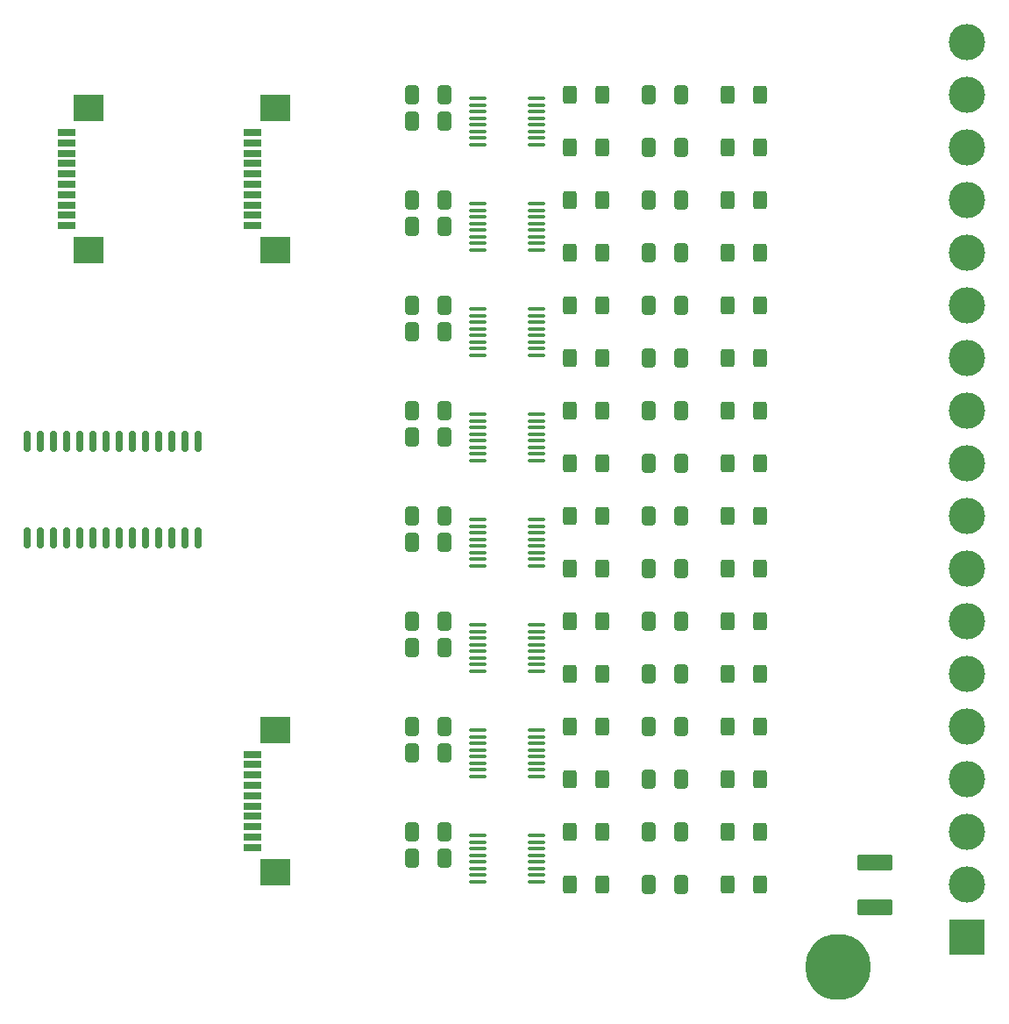
<source format=gbr>
%TF.GenerationSoftware,KiCad,Pcbnew,8.0.6-8.0.6-0~ubuntu24.04.1*%
%TF.CreationDate,2024-12-11T22:00:59+03:00*%
%TF.ProjectId,PM-DI16-DC24sink,504d2d44-4931-4362-9d44-43323473696e,rev?*%
%TF.SameCoordinates,Original*%
%TF.FileFunction,Soldermask,Top*%
%TF.FilePolarity,Negative*%
%FSLAX46Y46*%
G04 Gerber Fmt 4.6, Leading zero omitted, Abs format (unit mm)*
G04 Created by KiCad (PCBNEW 8.0.6-8.0.6-0~ubuntu24.04.1) date 2024-12-11 22:00:59*
%MOMM*%
%LPD*%
G01*
G04 APERTURE LIST*
G04 Aperture macros list*
%AMRoundRect*
0 Rectangle with rounded corners*
0 $1 Rounding radius*
0 $2 $3 $4 $5 $6 $7 $8 $9 X,Y pos of 4 corners*
0 Add a 4 corners polygon primitive as box body*
4,1,4,$2,$3,$4,$5,$6,$7,$8,$9,$2,$3,0*
0 Add four circle primitives for the rounded corners*
1,1,$1+$1,$2,$3*
1,1,$1+$1,$4,$5*
1,1,$1+$1,$6,$7*
1,1,$1+$1,$8,$9*
0 Add four rect primitives between the rounded corners*
20,1,$1+$1,$2,$3,$4,$5,0*
20,1,$1+$1,$4,$5,$6,$7,0*
20,1,$1+$1,$6,$7,$8,$9,0*
20,1,$1+$1,$8,$9,$2,$3,0*%
G04 Aperture macros list end*
%ADD10RoundRect,0.250000X0.400000X0.625000X-0.400000X0.625000X-0.400000X-0.625000X0.400000X-0.625000X0*%
%ADD11RoundRect,0.250000X-0.412500X-0.650000X0.412500X-0.650000X0.412500X0.650000X-0.412500X0.650000X0*%
%ADD12O,1.649999X0.399999*%
%ADD13R,1.803400X0.635000*%
%ADD14R,2.997200X2.590800*%
%ADD15O,6.350000X6.350000*%
%ADD16R,3.500000X3.500000*%
%ADD17C,3.500000*%
%ADD18RoundRect,0.150000X0.150000X-0.875000X0.150000X0.875000X-0.150000X0.875000X-0.150000X-0.875000X0*%
%ADD19RoundRect,0.250000X1.450000X-0.537500X1.450000X0.537500X-1.450000X0.537500X-1.450000X-0.537500X0*%
G04 APERTURE END LIST*
D10*
%TO.C,R9*%
X9170000Y33020000D03*
X6070000Y33020000D03*
%TD*%
D11*
%TO.C,C12*%
X-9182500Y17780000D03*
X-6057500Y17780000D03*
%TD*%
D12*
%TO.C,U4*%
X-2825001Y17462500D03*
X-2825001Y16827500D03*
X-2825001Y16192500D03*
X-2825001Y15557500D03*
X-2825001Y14922500D03*
X-2825001Y14287500D03*
X-2825001Y13652500D03*
X-2825001Y13017500D03*
X2824998Y13017500D03*
X2824998Y13652500D03*
X2824998Y14287500D03*
X2824998Y14922500D03*
X2824998Y15557500D03*
X2824998Y16192500D03*
X2824998Y16827500D03*
X2824998Y17462500D03*
%TD*%
D11*
%TO.C,C18*%
X13677500Y-7620000D03*
X16802500Y-7620000D03*
%TD*%
D10*
%TO.C,R28*%
X9170000Y-12700000D03*
X6070000Y-12700000D03*
%TD*%
%TO.C,R3*%
X24410000Y22860000D03*
X21310000Y22860000D03*
%TD*%
D11*
%TO.C,C3*%
X13677500Y22860000D03*
X16802500Y22860000D03*
%TD*%
D10*
%TO.C,R24*%
X24410000Y-33020000D03*
X21310000Y-33020000D03*
%TD*%
D11*
%TO.C,C7*%
X13677500Y27940000D03*
X16802500Y27940000D03*
%TD*%
D10*
%TO.C,R5*%
X24410000Y12700000D03*
X21310000Y12700000D03*
%TD*%
D11*
%TO.C,C29*%
X-9182500Y-33020000D03*
X-6057500Y-33020000D03*
%TD*%
D10*
%TO.C,R29*%
X9170000Y-27940000D03*
X6070000Y-27940000D03*
%TD*%
%TO.C,R8*%
X24410000Y7620000D03*
X21310000Y7620000D03*
%TD*%
D11*
%TO.C,C22*%
X13677500Y-2540000D03*
X16802500Y-2540000D03*
%TD*%
%TO.C,C28*%
X-9182500Y-22860000D03*
X-6057500Y-22860000D03*
%TD*%
%TO.C,C5*%
X13677500Y2540000D03*
X16802500Y2540000D03*
%TD*%
%TO.C,C17*%
X-9182500Y5080000D03*
X-6057500Y5080000D03*
%TD*%
%TO.C,C24*%
X13677500Y-22860000D03*
X16802500Y-22860000D03*
%TD*%
D10*
%TO.C,R20*%
X24410000Y-12700000D03*
X21310000Y-12700000D03*
%TD*%
%TO.C,R16*%
X9170000Y7620000D03*
X6070000Y7620000D03*
%TD*%
D13*
%TO.C,J3*%
X-24556000Y25500009D03*
X-24556000Y26500007D03*
X-24556000Y27500005D03*
X-24556000Y28500003D03*
X-24556000Y29500001D03*
X-24556000Y30499999D03*
X-24556000Y31499997D03*
X-24556000Y32499995D03*
X-24556000Y33499993D03*
X-24556000Y34499991D03*
D14*
X-22385999Y23149998D03*
X-22385999Y36850002D03*
%TD*%
D10*
%TO.C,R11*%
X9170000Y22860000D03*
X6070000Y22860000D03*
%TD*%
D12*
%TO.C,U8*%
X-2825001Y-23177500D03*
X-2825001Y-23812500D03*
X-2825001Y-24447500D03*
X-2825001Y-25082500D03*
X-2825001Y-25717500D03*
X-2825001Y-26352500D03*
X-2825001Y-26987500D03*
X-2825001Y-27622500D03*
X2824998Y-27622500D03*
X2824998Y-26987500D03*
X2824998Y-26352500D03*
X2824998Y-25717500D03*
X2824998Y-25082500D03*
X2824998Y-24447500D03*
X2824998Y-23812500D03*
X2824998Y-23177500D03*
%TD*%
D11*
%TO.C,C14*%
X-9182500Y35560000D03*
X-6057500Y35560000D03*
%TD*%
D10*
%TO.C,R1*%
X24410000Y33020000D03*
X21310000Y33020000D03*
%TD*%
D11*
%TO.C,C4*%
X13677500Y12700000D03*
X16802500Y12700000D03*
%TD*%
%TO.C,C20*%
X13677500Y-27940000D03*
X16802500Y-27940000D03*
%TD*%
D15*
%TO.C,PE1*%
X32000000Y-46000000D03*
%TD*%
D10*
%TO.C,R30*%
X9170000Y-22860000D03*
X6070000Y-22860000D03*
%TD*%
D11*
%TO.C,C31*%
X-9182500Y-12700000D03*
X-6057500Y-12700000D03*
%TD*%
D10*
%TO.C,R18*%
X24410000Y-2540000D03*
X21310000Y-2540000D03*
%TD*%
D16*
%TO.C,J1*%
X44450000Y-43180000D03*
D17*
X44450000Y-38100000D03*
X44450000Y-33020000D03*
X44450000Y-27940000D03*
X44450000Y-22860000D03*
X44450000Y-17780000D03*
X44450000Y-12700000D03*
X44450000Y-7620000D03*
X44450000Y-2540000D03*
X44450000Y2540000D03*
X44450000Y7620000D03*
X44450000Y12700000D03*
X44450000Y17780000D03*
X44450000Y22860000D03*
X44450000Y27940000D03*
X44450000Y33020000D03*
X44450000Y38100000D03*
X44450000Y43180000D03*
%TD*%
D11*
%TO.C,C2*%
X13677500Y33020000D03*
X16802500Y33020000D03*
%TD*%
D10*
%TO.C,R10*%
X9170000Y38100000D03*
X6070000Y38100000D03*
%TD*%
%TO.C,R17*%
X24410000Y-7620000D03*
X21310000Y-7620000D03*
%TD*%
D13*
%TO.C,J4*%
X-24556000Y-34499991D03*
X-24556000Y-33499993D03*
X-24556000Y-32499995D03*
X-24556000Y-31499997D03*
X-24556000Y-30499999D03*
X-24556000Y-29500001D03*
X-24556000Y-28500003D03*
X-24556000Y-27500005D03*
X-24556000Y-26500007D03*
X-24556000Y-25500009D03*
D14*
X-22385999Y-36850002D03*
X-22385999Y-23149998D03*
%TD*%
D12*
%TO.C,U7*%
X-2825001Y-13017500D03*
X-2825001Y-13652500D03*
X-2825001Y-14287500D03*
X-2825001Y-14922500D03*
X-2825001Y-15557500D03*
X-2825001Y-16192500D03*
X-2825001Y-16827500D03*
X-2825001Y-17462500D03*
X2824998Y-17462500D03*
X2824998Y-16827500D03*
X2824998Y-16192500D03*
X2824998Y-15557500D03*
X2824998Y-14922500D03*
X2824998Y-14287500D03*
X2824998Y-13652500D03*
X2824998Y-13017500D03*
%TD*%
D11*
%TO.C,C13*%
X-9182500Y7620000D03*
X-6057500Y7620000D03*
%TD*%
D18*
%TO.C,U10*%
X-46355000Y-4650000D03*
X-45085000Y-4650000D03*
X-43815000Y-4650000D03*
X-42545000Y-4650000D03*
X-41275000Y-4650000D03*
X-40005000Y-4650000D03*
X-38735000Y-4650000D03*
X-37465000Y-4650000D03*
X-36195000Y-4650000D03*
X-34925000Y-4650000D03*
X-33655000Y-4650000D03*
X-32385000Y-4650000D03*
X-31115000Y-4650000D03*
X-29845000Y-4650000D03*
X-29845000Y4650000D03*
X-31115000Y4650000D03*
X-32385000Y4650000D03*
X-33655000Y4650000D03*
X-34925000Y4650000D03*
X-36195000Y4650000D03*
X-37465000Y4650000D03*
X-38735000Y4650000D03*
X-40005000Y4650000D03*
X-41275000Y4650000D03*
X-42545000Y4650000D03*
X-43815000Y4650000D03*
X-45085000Y4650000D03*
X-46355000Y4650000D03*
%TD*%
D10*
%TO.C,R12*%
X9170000Y27940000D03*
X6070000Y27940000D03*
%TD*%
D11*
%TO.C,C8*%
X13677500Y17780000D03*
X16802500Y17780000D03*
%TD*%
D10*
%TO.C,R21*%
X24410000Y-27940000D03*
X21310000Y-27940000D03*
%TD*%
D11*
%TO.C,C21*%
X13677500Y-38100000D03*
X16802500Y-38100000D03*
%TD*%
D10*
%TO.C,R6*%
X24410000Y17780000D03*
X21310000Y17780000D03*
%TD*%
%TO.C,R26*%
X9170000Y-2540000D03*
X6070000Y-2540000D03*
%TD*%
D11*
%TO.C,C27*%
X-9182500Y-15240000D03*
X-6057500Y-15240000D03*
%TD*%
D10*
%TO.C,R4*%
X24410000Y27940000D03*
X21310000Y27940000D03*
%TD*%
D19*
%TO.C,C1*%
X35560000Y-40237500D03*
X35560000Y-35962500D03*
%TD*%
D10*
%TO.C,R2*%
X24410000Y38100000D03*
X21310000Y38100000D03*
%TD*%
%TO.C,R7*%
X24410000Y2540000D03*
X21310000Y2540000D03*
%TD*%
D11*
%TO.C,C15*%
X-9182500Y25400000D03*
X-6057500Y25400000D03*
%TD*%
%TO.C,C23*%
X13677500Y-12700000D03*
X16802500Y-12700000D03*
%TD*%
D10*
%TO.C,R32*%
X9170000Y-33020000D03*
X6070000Y-33020000D03*
%TD*%
D11*
%TO.C,C25*%
X13677500Y-33020000D03*
X16802500Y-33020000D03*
%TD*%
%TO.C,C32*%
X-9182500Y-25400000D03*
X-6057500Y-25400000D03*
%TD*%
%TO.C,C11*%
X-9182500Y27940000D03*
X-6057500Y27940000D03*
%TD*%
%TO.C,C10*%
X-9182500Y38100000D03*
X-6057500Y38100000D03*
%TD*%
D12*
%TO.C,U6*%
X-2825001Y-2857500D03*
X-2825001Y-3492500D03*
X-2825001Y-4127500D03*
X-2825001Y-4762500D03*
X-2825001Y-5397500D03*
X-2825001Y-6032500D03*
X-2825001Y-6667500D03*
X-2825001Y-7302500D03*
X2824998Y-7302500D03*
X2824998Y-6667500D03*
X2824998Y-6032500D03*
X2824998Y-5397500D03*
X2824998Y-4762500D03*
X2824998Y-4127500D03*
X2824998Y-3492500D03*
X2824998Y-2857500D03*
%TD*%
D11*
%TO.C,C16*%
X-9182500Y15240000D03*
X-6057500Y15240000D03*
%TD*%
D10*
%TO.C,R27*%
X9170000Y-17780000D03*
X6070000Y-17780000D03*
%TD*%
D11*
%TO.C,C9*%
X13677500Y7620000D03*
X16802500Y7620000D03*
%TD*%
%TO.C,C30*%
X-9182500Y-5080000D03*
X-6057500Y-5080000D03*
%TD*%
D12*
%TO.C,U3*%
X-2825001Y27622500D03*
X-2825001Y26987500D03*
X-2825001Y26352500D03*
X-2825001Y25717500D03*
X-2825001Y25082500D03*
X-2825001Y24447500D03*
X-2825001Y23812500D03*
X-2825001Y23177500D03*
X2824998Y23177500D03*
X2824998Y23812500D03*
X2824998Y24447500D03*
X2824998Y25082500D03*
X2824998Y25717500D03*
X2824998Y26352500D03*
X2824998Y26987500D03*
X2824998Y27622500D03*
%TD*%
D11*
%TO.C,C6*%
X13677500Y38100000D03*
X16802500Y38100000D03*
%TD*%
D10*
%TO.C,R15*%
X9170000Y2540000D03*
X6070000Y2540000D03*
%TD*%
D12*
%TO.C,U5*%
X-2825001Y7302500D03*
X-2825001Y6667500D03*
X-2825001Y6032500D03*
X-2825001Y5397500D03*
X-2825001Y4762500D03*
X-2825001Y4127500D03*
X-2825001Y3492500D03*
X-2825001Y2857500D03*
X2824998Y2857500D03*
X2824998Y3492500D03*
X2824998Y4127500D03*
X2824998Y4762500D03*
X2824998Y5397500D03*
X2824998Y6032500D03*
X2824998Y6667500D03*
X2824998Y7302500D03*
%TD*%
%TO.C,U9*%
X-2825001Y-33337500D03*
X-2825001Y-33972500D03*
X-2825001Y-34607500D03*
X-2825001Y-35242500D03*
X-2825001Y-35877500D03*
X-2825001Y-36512500D03*
X-2825001Y-37147500D03*
X-2825001Y-37782500D03*
X2824998Y-37782500D03*
X2824998Y-37147500D03*
X2824998Y-36512500D03*
X2824998Y-35877500D03*
X2824998Y-35242500D03*
X2824998Y-34607500D03*
X2824998Y-33972500D03*
X2824998Y-33337500D03*
%TD*%
%TO.C,U2*%
X-2825001Y37782500D03*
X-2825001Y37147500D03*
X-2825001Y36512500D03*
X-2825001Y35877500D03*
X-2825001Y35242500D03*
X-2825001Y34607500D03*
X-2825001Y33972500D03*
X-2825001Y33337500D03*
X2824998Y33337500D03*
X2824998Y33972500D03*
X2824998Y34607500D03*
X2824998Y35242500D03*
X2824998Y35877500D03*
X2824998Y36512500D03*
X2824998Y37147500D03*
X2824998Y37782500D03*
%TD*%
D13*
%TO.C,J2*%
X-42556000Y25500009D03*
X-42556000Y26500007D03*
X-42556000Y27500005D03*
X-42556000Y28500003D03*
X-42556000Y29500001D03*
X-42556000Y30499999D03*
X-42556000Y31499997D03*
X-42556000Y32499995D03*
X-42556000Y33499993D03*
X-42556000Y34499991D03*
D14*
X-40385999Y23149998D03*
X-40385999Y36850002D03*
%TD*%
D10*
%TO.C,R31*%
X9170000Y-38100000D03*
X6070000Y-38100000D03*
%TD*%
D11*
%TO.C,C33*%
X-9182500Y-35560000D03*
X-6057500Y-35560000D03*
%TD*%
D10*
%TO.C,R13*%
X9170000Y12700000D03*
X6070000Y12700000D03*
%TD*%
%TO.C,R25*%
X9170000Y-7620000D03*
X6070000Y-7620000D03*
%TD*%
%TO.C,R14*%
X9170000Y17780000D03*
X6070000Y17780000D03*
%TD*%
D11*
%TO.C,C26*%
X-9182500Y-2540000D03*
X-6057500Y-2540000D03*
%TD*%
D10*
%TO.C,R23*%
X24410000Y-38100000D03*
X21310000Y-38100000D03*
%TD*%
%TO.C,R19*%
X24410000Y-17780000D03*
X21310000Y-17780000D03*
%TD*%
%TO.C,R22*%
X24410000Y-22860000D03*
X21310000Y-22860000D03*
%TD*%
D11*
%TO.C,C19*%
X13677500Y-17780000D03*
X16802500Y-17780000D03*
%TD*%
M02*

</source>
